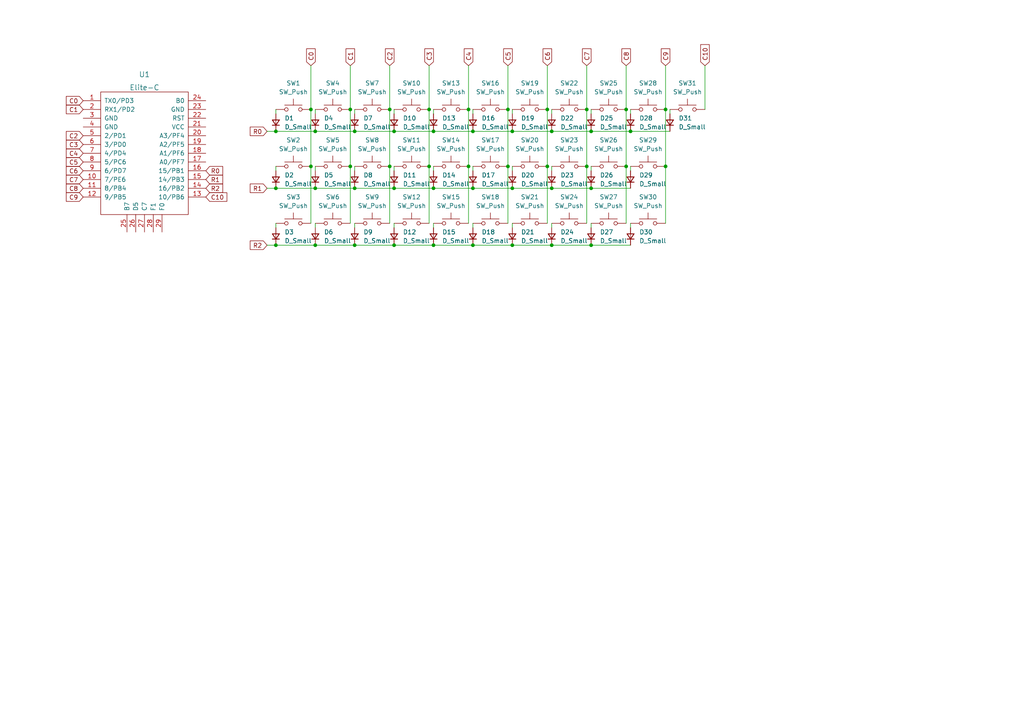
<source format=kicad_sch>
(kicad_sch (version 20211123) (generator eeschema)
  (paper "A4")
  (lib_symbols
    (symbol "Device:D_Small" (pin_numbers hide) (pin_names (offset 0.254) hide)
      (property "Reference" "D" (at -1.27 2.032 0))
      (property "Value" "D_Small" (at -3.81 -2.032 0))
      (symbol "D_Small_0_1"
        (polyline (pts (xy -0.762 -1.016) (xy -0.762 1.016)) (stroke (width 0.254)))
        (polyline (pts (xy -0.762 0) (xy 0.762 0)))
        (polyline (pts (xy 0.762 -1.016) (xy -0.762 0) (xy 0.762 1.016) (xy 0.762 -1.016)) (stroke (width 0.254)))
      )
      (symbol "D_Small_1_1"
        (pin passive line (at -2.54 0 0) (length 1.778) (name "K") (number "1"))
        (pin passive line (at 2.54 0 180) (length 1.778) (name "A") (number "2"))
      )
    )
    (symbol "Switch:SW_Push" (pin_numbers hide) (pin_names (offset 1.016) hide)
      (property "Reference" "SW" (at 1.27 2.54 0))
      (property "Value" "SW_Push" (at 0 -1.524 0))
      (symbol "SW_Push_0_1"
        (circle (center -2.032 0) (radius 0.508))
        (polyline (pts (xy 0 1.27) (xy 0 3.048)))
        (polyline (pts (xy 2.54 1.27) (xy -2.54 1.27)))
        (circle (center 2.032 0) (radius 0.508))
        (pin passive line (at -5.08 0 0) (length 2.54) (name "1") (number "1"))
        (pin passive line (at 5.08 0 180) (length 2.54) (name "2") (number "2"))
      )
    )
    (symbol "keebio:Elite-C" (pin_names (offset 1.016))
      (property "Reference" "U" (at 0 0 0))
      (property "Value" "Elite-C" (at 0 2.54 0))
      (symbol "Elite-C_0_1"
        (rectangle (start 12.7 -19.05) (end -12.7 16.51))
      )
      (symbol "Elite-C_1_1"
        (pin input line (at -17.78 13.97 0) (length 5.08) (name "TX0/PD3") (number "1"))
        (pin input line (at -17.78 -8.89 0) (length 5.08) (name "7/PE6") (number "10"))
        (pin input line (at -17.78 -11.43 0) (length 5.08) (name "8/PB4") (number "11"))
        (pin input line (at -17.78 -13.97 0) (length 5.08) (name "9/PB5") (number "12"))
        (pin input line (at 17.78 -13.97 180) (length 5.08) (name "10/PB6") (number "13"))
        (pin input line (at 17.78 -11.43 180) (length 5.08) (name "16/PB2") (number "14"))
        (pin input line (at 17.78 -8.89 180) (length 5.08) (name "14/PB3") (number "15"))
        (pin input line (at 17.78 -6.35 180) (length 5.08) (name "15/PB1") (number "16"))
        (pin input line (at 17.78 -3.81 180) (length 5.08) (name "A0/PF7") (number "17"))
        (pin input line (at 17.78 -1.27 180) (length 5.08) (name "A1/PF6") (number "18"))
        (pin input line (at 17.78 1.27 180) (length 5.08) (name "A2/PF5") (number "19"))
        (pin input line (at -17.78 11.43 0) (length 5.08) (name "RX1/PD2") (number "2"))
        (pin input line (at 17.78 3.81 180) (length 5.08) (name "A3/PF4") (number "20"))
        (pin input line (at 17.78 6.35 180) (length 5.08) (name "VCC") (number "21"))
        (pin input line (at 17.78 8.89 180) (length 5.08) (name "RST") (number "22"))
        (pin input line (at 17.78 11.43 180) (length 5.08) (name "GND") (number "23"))
        (pin input line (at 17.78 13.97 180) (length 5.08) (name "B0") (number "24"))
        (pin input line (at -5.08 -24.13 90) (length 5.08) (name "B7") (number "25"))
        (pin input line (at -2.54 -24.13 90) (length 5.08) (name "D5") (number "26"))
        (pin input line (at 0 -24.13 90) (length 5.08) (name "C7") (number "27"))
        (pin input line (at 2.54 -24.13 90) (length 5.08) (name "F1") (number "28"))
        (pin input line (at 5.08 -24.13 90) (length 5.08) (name "F0") (number "29"))
        (pin input line (at -17.78 8.89 0) (length 5.08) (name "GND") (number "3"))
        (pin input line (at -17.78 6.35 0) (length 5.08) (name "GND") (number "4"))
        (pin input line (at -17.78 3.81 0) (length 5.08) (name "2/PD1") (number "5"))
        (pin input line (at -17.78 1.27 0) (length 5.08) (name "3/PD0") (number "6"))
        (pin input line (at -17.78 -1.27 0) (length 5.08) (name "4/PD4") (number "7"))
        (pin input line (at -17.78 -3.81 0) (length 5.08) (name "5/PC6") (number "8"))
        (pin input line (at -17.78 -6.35 0) (length 5.08) (name "6/PD7") (number "9"))
      )
    )
  )
  (junction (at 90.17 48.26))
  (junction (at 80.01 54.61))
  (junction (at 90.17 31.75))
  (junction (at 135.89 48.26))
  (junction (at 148.59 38.1))
  (junction (at 80.01 38.1))
  (junction (at 147.32 48.26))
  (junction (at 91.44 38.1))
  (junction (at 102.87 38.1))
  (junction (at 148.59 54.61))
  (junction (at 137.16 71.12))
  (junction (at 101.6 48.26))
  (junction (at 160.02 54.61))
  (junction (at 171.45 54.61))
  (junction (at 80.01 71.12))
  (junction (at 158.75 48.26))
  (junction (at 171.45 71.12))
  (junction (at 114.3 71.12))
  (junction (at 102.87 71.12))
  (junction (at 181.61 48.26))
  (junction (at 114.3 54.61))
  (junction (at 91.44 71.12))
  (junction (at 171.45 38.1))
  (junction (at 135.89 31.75))
  (junction (at 91.44 54.61))
  (junction (at 147.32 31.75))
  (junction (at 160.02 38.1))
  (junction (at 193.04 48.26))
  (junction (at 181.61 31.75))
  (junction (at 193.04 31.75))
  (junction (at 124.46 48.26))
  (junction (at 125.73 54.61))
  (junction (at 182.88 38.1))
  (junction (at 125.73 38.1))
  (junction (at 124.46 31.75))
  (junction (at 158.75 31.75))
  (junction (at 113.03 31.75))
  (junction (at 160.02 71.12))
  (junction (at 170.18 48.26))
  (junction (at 114.3 38.1))
  (junction (at 113.03 48.26))
  (junction (at 102.87 54.61))
  (junction (at 170.18 31.75))
  (junction (at 137.16 38.1))
  (junction (at 148.59 71.12))
  (junction (at 137.16 54.61))
  (junction (at 125.73 71.12))
  (junction (at 101.6 31.75))
  (wire (pts (xy 171.45 38.1) (xy 182.88 38.1)))
  (wire (pts (xy 102.87 48.26) (xy 102.87 49.53)))
  (wire (pts (xy 160.02 31.75) (xy 160.02 33.02)))
  (wire (pts (xy 125.73 64.77) (xy 125.73 66.04)))
  (wire (pts (xy 137.16 71.12) (xy 148.59 71.12)))
  (wire (pts (xy 90.17 19.05) (xy 90.17 31.75)))
  (wire (pts (xy 80.01 38.1) (xy 91.44 38.1)))
  (wire (pts (xy 91.44 31.75) (xy 91.44 33.02)))
  (wire (pts (xy 171.45 54.61) (xy 182.88 54.61)))
  (wire (pts (xy 148.59 48.26) (xy 148.59 49.53)))
  (wire (pts (xy 148.59 64.77) (xy 148.59 66.04)))
  (wire (pts (xy 91.44 64.77) (xy 91.44 66.04)))
  (wire (pts (xy 137.16 64.77) (xy 137.16 66.04)))
  (wire (pts (xy 158.75 19.05) (xy 158.75 31.75)))
  (wire (pts (xy 204.47 19.05) (xy 204.47 31.75)))
  (wire (pts (xy 148.59 71.12) (xy 160.02 71.12)))
  (wire (pts (xy 124.46 19.05) (xy 124.46 31.75)))
  (wire (pts (xy 114.3 31.75) (xy 114.3 33.02)))
  (wire (pts (xy 194.31 31.75) (xy 194.31 33.02)))
  (wire (pts (xy 114.3 48.26) (xy 114.3 49.53)))
  (wire (pts (xy 171.45 64.77) (xy 171.45 66.04)))
  (wire (pts (xy 160.02 71.12) (xy 171.45 71.12)))
  (wire (pts (xy 148.59 31.75) (xy 148.59 33.02)))
  (wire (pts (xy 160.02 48.26) (xy 160.02 49.53)))
  (wire (pts (xy 124.46 48.26) (xy 124.46 64.77)))
  (wire (pts (xy 124.46 31.75) (xy 124.46 48.26)))
  (wire (pts (xy 137.16 38.1) (xy 148.59 38.1)))
  (wire (pts (xy 125.73 48.26) (xy 125.73 49.53)))
  (wire (pts (xy 91.44 48.26) (xy 91.44 49.53)))
  (wire (pts (xy 90.17 48.26) (xy 90.17 64.77)))
  (wire (pts (xy 137.16 54.61) (xy 148.59 54.61)))
  (wire (pts (xy 181.61 19.05) (xy 181.61 31.75)))
  (wire (pts (xy 101.6 19.05) (xy 101.6 31.75)))
  (wire (pts (xy 182.88 31.75) (xy 182.88 33.02)))
  (wire (pts (xy 171.45 71.12) (xy 182.88 71.12)))
  (wire (pts (xy 91.44 38.1) (xy 102.87 38.1)))
  (wire (pts (xy 193.04 31.75) (xy 193.04 48.26)))
  (wire (pts (xy 147.32 19.05) (xy 147.32 31.75)))
  (wire (pts (xy 91.44 71.12) (xy 102.87 71.12)))
  (wire (pts (xy 170.18 48.26) (xy 170.18 64.77)))
  (wire (pts (xy 135.89 48.26) (xy 135.89 64.77)))
  (wire (pts (xy 77.47 71.12) (xy 80.01 71.12)))
  (wire (pts (xy 90.17 31.75) (xy 90.17 48.26)))
  (wire (pts (xy 113.03 31.75) (xy 113.03 48.26)))
  (wire (pts (xy 160.02 38.1) (xy 171.45 38.1)))
  (wire (pts (xy 102.87 31.75) (xy 102.87 33.02)))
  (wire (pts (xy 91.44 54.61) (xy 102.87 54.61)))
  (wire (pts (xy 77.47 54.61) (xy 80.01 54.61)))
  (wire (pts (xy 148.59 54.61) (xy 160.02 54.61)))
  (wire (pts (xy 147.32 31.75) (xy 147.32 48.26)))
  (wire (pts (xy 182.88 64.77) (xy 182.88 66.04)))
  (wire (pts (xy 193.04 19.05) (xy 193.04 31.75)))
  (wire (pts (xy 102.87 64.77) (xy 102.87 66.04)))
  (wire (pts (xy 102.87 54.61) (xy 114.3 54.61)))
  (wire (pts (xy 114.3 71.12) (xy 125.73 71.12)))
  (wire (pts (xy 125.73 71.12) (xy 137.16 71.12)))
  (wire (pts (xy 181.61 48.26) (xy 181.61 64.77)))
  (wire (pts (xy 171.45 48.26) (xy 171.45 49.53)))
  (wire (pts (xy 113.03 19.05) (xy 113.03 31.75)))
  (wire (pts (xy 137.16 48.26) (xy 137.16 49.53)))
  (wire (pts (xy 102.87 71.12) (xy 114.3 71.12)))
  (wire (pts (xy 182.88 38.1) (xy 194.31 38.1)))
  (wire (pts (xy 193.04 48.26) (xy 193.04 64.77)))
  (wire (pts (xy 114.3 54.61) (xy 125.73 54.61)))
  (wire (pts (xy 170.18 19.05) (xy 170.18 31.75)))
  (wire (pts (xy 80.01 48.26) (xy 80.01 49.53)))
  (wire (pts (xy 181.61 31.75) (xy 181.61 48.26)))
  (wire (pts (xy 158.75 48.26) (xy 158.75 64.77)))
  (wire (pts (xy 114.3 64.77) (xy 114.3 66.04)))
  (wire (pts (xy 160.02 54.61) (xy 171.45 54.61)))
  (wire (pts (xy 125.73 31.75) (xy 125.73 33.02)))
  (wire (pts (xy 125.73 38.1) (xy 137.16 38.1)))
  (wire (pts (xy 113.03 48.26) (xy 113.03 64.77)))
  (wire (pts (xy 80.01 54.61) (xy 91.44 54.61)))
  (wire (pts (xy 114.3 38.1) (xy 125.73 38.1)))
  (wire (pts (xy 137.16 31.75) (xy 137.16 33.02)))
  (wire (pts (xy 182.88 48.26) (xy 182.88 49.53)))
  (wire (pts (xy 135.89 31.75) (xy 135.89 48.26)))
  (wire (pts (xy 148.59 38.1) (xy 160.02 38.1)))
  (wire (pts (xy 160.02 64.77) (xy 160.02 66.04)))
  (wire (pts (xy 147.32 48.26) (xy 147.32 64.77)))
  (wire (pts (xy 80.01 64.77) (xy 80.01 66.04)))
  (wire (pts (xy 80.01 71.12) (xy 91.44 71.12)))
  (wire (pts (xy 101.6 48.26) (xy 101.6 64.77)))
  (wire (pts (xy 158.75 31.75) (xy 158.75 48.26)))
  (wire (pts (xy 77.47 38.1) (xy 80.01 38.1)))
  (wire (pts (xy 101.6 31.75) (xy 101.6 48.26)))
  (wire (pts (xy 171.45 31.75) (xy 171.45 33.02)))
  (wire (pts (xy 80.01 31.75) (xy 80.01 33.02)))
  (wire (pts (xy 125.73 54.61) (xy 137.16 54.61)))
  (wire (pts (xy 102.87 38.1) (xy 114.3 38.1)))
  (wire (pts (xy 135.89 19.05) (xy 135.89 31.75)))
  (wire (pts (xy 170.18 31.75) (xy 170.18 48.26)))
  (global_label "C6" (shape input) (at 24.13 49.53 180) (property "Intersheet References" "${INTERSHEET_REFS}" (effects hide)))
  (global_label "R0" (shape input) (at 77.47 38.1 180) (property "Intersheet References" "${INTERSHEET_REFS}" (effects hide)))
  (global_label "C8" (shape input) (at 24.13 54.61 180) (property "Intersheet References" "${INTERSHEET_REFS}" (effects hide)))
  (global_label "R2" (shape input) (at 59.69 54.61 0) (property "Intersheet References" "${INTERSHEET_REFS}" (effects hide)))
  (global_label "C7" (shape input) (at 24.13 52.07 180) (property "Intersheet References" "${INTERSHEET_REFS}" (effects hide)))
  (global_label "C3" (shape input) (at 24.13 41.91 180) (property "Intersheet References" "${INTERSHEET_REFS}" (effects hide)))
  (global_label "C5" (shape input) (at 147.32 19.05 90) (property "Intersheet References" "${INTERSHEET_REFS}" (effects hide)))
  (global_label "C1" (shape input) (at 24.13 31.75 180) (property "Intersheet References" "${INTERSHEET_REFS}" (effects hide)))
  (global_label "C0" (shape input) (at 90.17 19.05 90) (property "Intersheet References" "${INTERSHEET_REFS}" (effects hide)))
  (global_label "C2" (shape input) (at 24.13 39.37 180) (property "Intersheet References" "${INTERSHEET_REFS}" (effects hide)))
  (global_label "C1" (shape input) (at 101.6 19.05 90) (property "Intersheet References" "${INTERSHEET_REFS}" (effects hide)))
  (global_label "C6" (shape input) (at 158.75 19.05 90) (property "Intersheet References" "${INTERSHEET_REFS}" (effects hide)))
  (global_label "R0" (shape input) (at 59.69 49.53 0) (property "Intersheet References" "${INTERSHEET_REFS}" (effects hide)))
  (global_label "C4" (shape input) (at 135.89 19.05 90) (property "Intersheet References" "${INTERSHEET_REFS}" (effects hide)))
  (global_label "C0" (shape input) (at 24.13 29.21 180) (property "Intersheet References" "${INTERSHEET_REFS}" (effects hide)))
  (global_label "C5" (shape input) (at 24.13 46.99 180) (property "Intersheet References" "${INTERSHEET_REFS}" (effects hide)))
  (global_label "R1" (shape input) (at 77.47 54.61 180) (property "Intersheet References" "${INTERSHEET_REFS}" (effects hide)))
  (global_label "R2" (shape input) (at 77.47 71.12 180) (property "Intersheet References" "${INTERSHEET_REFS}" (effects hide)))
  (global_label "C9" (shape input) (at 24.13 57.15 180) (property "Intersheet References" "${INTERSHEET_REFS}" (effects hide)))
  (global_label "C3" (shape input) (at 124.46 19.05 90) (property "Intersheet References" "${INTERSHEET_REFS}" (effects hide)))
  (global_label "C2" (shape input) (at 113.03 19.05 90) (property "Intersheet References" "${INTERSHEET_REFS}" (effects hide)))
  (global_label "C4" (shape input) (at 24.13 44.45 180) (property "Intersheet References" "${INTERSHEET_REFS}" (effects hide)))
  (global_label "C10" (shape input) (at 59.69 57.15 0) (property "Intersheet References" "${INTERSHEET_REFS}" (effects hide)))
  (global_label "C10" (shape input) (at 204.47 19.05 90) (property "Intersheet References" "${INTERSHEET_REFS}" (effects hide)))
  (global_label "C8" (shape input) (at 181.61 19.05 90) (property "Intersheet References" "${INTERSHEET_REFS}" (effects hide)))
  (global_label "C7" (shape input) (at 170.18 19.05 90) (property "Intersheet References" "${INTERSHEET_REFS}" (effects hide)))
  (global_label "C9" (shape input) (at 193.04 19.05 90) (property "Intersheet References" "${INTERSHEET_REFS}" (effects hide)))
  (global_label "R1" (shape input) (at 59.69 52.07 0) (property "Intersheet References" "${INTERSHEET_REFS}" (effects hide)))
  (symbol (lib_id "Switch:SW_Push") (at 153.67 64.77 0) (unit 1)
    (property "Reference" "SW21" (at 153.67 57.15 0))
    (property "Value" "SW_Push" (at 153.67 59.69 0))
    (property "Footprint" "Button_Switch_Keyboard:SW_Cherry_MX_1.00u_PCB" (effects hide))
  )
  (symbol (lib_id "Switch:SW_Push") (at 187.96 31.75 0) (unit 1)
    (property "Reference" "SW28" (at 187.96 24.13 0))
    (property "Value" "SW_Push" (at 187.96 26.67 0))
    (property "Footprint" "Button_Switch_Keyboard:SW_Cherry_MX_1.00u_PCB" (effects hide))
  )
  (symbol (lib_id "Device:D_Small") (at 91.44 52.07 90) (unit 1)
    (property "Reference" "D5" (at 93.98 50.7999 90) (effects (justify right)))
    (property "Value" "D_Small" (at 93.98 53.3399 90) (effects (justify right)))
    (property "Footprint" "Diode_SMD:D_SOD-123" (effects hide))
  )
  (symbol (lib_id "Device:D_Small") (at 137.16 35.56 90) (unit 1)
    (property "Reference" "D16" (at 139.7 34.2899 90) (effects (justify right)))
    (property "Value" "D_Small" (at 139.7 36.8299 90) (effects (justify right)))
    (property "Footprint" "Diode_SMD:D_SOD-123" (effects hide))
  )
  (symbol (lib_id "Switch:SW_Push") (at 107.95 31.75 0) (unit 1)
    (property "Reference" "SW7" (at 107.95 24.13 0))
    (property "Value" "SW_Push" (at 107.95 26.67 0))
    (property "Footprint" "Button_Switch_Keyboard:SW_Cherry_MX_1.00u_PCB" (effects hide))
  )
  (symbol (lib_id "Device:D_Small") (at 80.01 35.56 90) (unit 1)
    (property "Reference" "D1" (at 82.55 34.2899 90) (effects (justify right)))
    (property "Value" "D_Small" (at 82.55 36.8299 90) (effects (justify right)))
    (property "Footprint" "Diode_SMD:D_SOD-123" (effects hide))
  )
  (symbol (lib_id "Switch:SW_Push") (at 107.95 64.77 0) (unit 1)
    (property "Reference" "SW9" (at 107.95 57.15 0))
    (property "Value" "SW_Push" (at 107.95 59.69 0))
    (property "Footprint" "Button_Switch_Keyboard:SW_Cherry_MX_1.00u_PCB" (effects hide))
  )
  (symbol (lib_id "Device:D_Small") (at 171.45 35.56 90) (unit 1)
    (property "Reference" "D25" (at 173.99 34.2899 90) (effects (justify right)))
    (property "Value" "D_Small" (at 173.99 36.8299 90) (effects (justify right)))
    (property "Footprint" "Diode_SMD:D_SOD-123" (effects hide))
  )
  (symbol (lib_id "Device:D_Small") (at 137.16 52.07 90) (unit 1)
    (property "Reference" "D17" (at 139.7 50.7999 90) (effects (justify right)))
    (property "Value" "D_Small" (at 139.7 53.3399 90) (effects (justify right)))
    (property "Footprint" "Diode_SMD:D_SOD-123" (effects hide))
  )
  (symbol (lib_id "Device:D_Small") (at 114.3 52.07 90) (unit 1)
    (property "Reference" "D11" (at 116.84 50.7999 90) (effects (justify right)))
    (property "Value" "D_Small" (at 116.84 53.3399 90) (effects (justify right)))
    (property "Footprint" "Diode_SMD:D_SOD-123" (effects hide))
  )
  (symbol (lib_id "Device:D_Small") (at 102.87 52.07 90) (unit 1)
    (property "Reference" "D8" (at 105.41 50.7999 90) (effects (justify right)))
    (property "Value" "D_Small" (at 105.41 53.3399 90) (effects (justify right)))
    (property "Footprint" "Diode_SMD:D_SOD-123" (effects hide))
  )
  (symbol (lib_id "Device:D_Small") (at 148.59 35.56 90) (unit 1)
    (property "Reference" "D19" (at 151.13 34.2899 90) (effects (justify right)))
    (property "Value" "D_Small" (at 151.13 36.8299 90) (effects (justify right)))
    (property "Footprint" "Diode_SMD:D_SOD-123" (effects hide))
  )
  (symbol (lib_id "Switch:SW_Push") (at 96.52 64.77 0) (unit 1)
    (property "Reference" "SW6" (at 96.52 57.15 0))
    (property "Value" "SW_Push" (at 96.52 59.69 0))
    (property "Footprint" "Button_Switch_Keyboard:SW_Cherry_MX_1.00u_PCB" (effects hide))
  )
  (symbol (lib_id "Device:D_Small") (at 137.16 68.58 90) (unit 1)
    (property "Reference" "D18" (at 139.7 67.3099 90) (effects (justify right)))
    (property "Value" "D_Small" (at 139.7 69.8499 90) (effects (justify right)))
    (property "Footprint" "Diode_SMD:D_SOD-123" (effects hide))
  )
  (symbol (lib_id "Switch:SW_Push") (at 187.96 48.26 0) (unit 1)
    (property "Reference" "SW29" (at 187.96 40.64 0))
    (property "Value" "SW_Push" (at 187.96 43.18 0))
    (property "Footprint" "Button_Switch_Keyboard:SW_Cherry_MX_1.00u_PCB" (effects hide))
  )
  (symbol (lib_id "Switch:SW_Push") (at 165.1 48.26 0) (unit 1)
    (property "Reference" "SW23" (at 165.1 40.64 0))
    (property "Value" "SW_Push" (at 165.1 43.18 0))
    (property "Footprint" "Button_Switch_Keyboard:SW_Cherry_MX_1.00u_PCB" (effects hide))
  )
  (symbol (lib_id "Device:D_Small") (at 160.02 35.56 90) (unit 1)
    (property "Reference" "D22" (at 162.56 34.2899 90) (effects (justify right)))
    (property "Value" "D_Small" (at 162.56 36.8299 90) (effects (justify right)))
    (property "Footprint" "Diode_SMD:D_SOD-123" (effects hide))
  )
  (symbol (lib_id "Switch:SW_Push") (at 142.24 31.75 0) (unit 1)
    (property "Reference" "SW16" (at 142.24 24.13 0))
    (property "Value" "SW_Push" (at 142.24 26.67 0))
    (property "Footprint" "Button_Switch_Keyboard:SW_Cherry_MX_1.00u_PCB" (effects hide))
  )
  (symbol (lib_id "Device:D_Small") (at 114.3 35.56 90) (unit 1)
    (property "Reference" "D10" (at 116.84 34.2899 90) (effects (justify right)))
    (property "Value" "D_Small" (at 116.84 36.8299 90) (effects (justify right)))
    (property "Footprint" "Diode_SMD:D_SOD-123" (effects hide))
  )
  (symbol (lib_id "Device:D_Small") (at 148.59 68.58 90) (unit 1)
    (property "Reference" "D21" (at 151.13 67.3099 90) (effects (justify right)))
    (property "Value" "D_Small" (at 151.13 69.8499 90) (effects (justify right)))
    (property "Footprint" "Diode_SMD:D_SOD-123" (effects hide))
  )
  (symbol (lib_id "Switch:SW_Push") (at 107.95 48.26 0) (unit 1)
    (property "Reference" "SW8" (at 107.95 40.64 0))
    (property "Value" "SW_Push" (at 107.95 43.18 0))
    (property "Footprint" "Button_Switch_Keyboard:SW_Cherry_MX_1.00u_PCB" (effects hide))
  )
  (symbol (lib_id "Switch:SW_Push") (at 119.38 64.77 0) (unit 1)
    (property "Reference" "SW12" (at 119.38 57.15 0))
    (property "Value" "SW_Push" (at 119.38 59.69 0))
    (property "Footprint" "Button_Switch_Keyboard:SW_Cherry_MX_1.00u_PCB" (effects hide))
  )
  (symbol (lib_id "Device:D_Small") (at 91.44 68.58 90) (unit 1)
    (property "Reference" "D6" (at 93.98 67.3099 90) (effects (justify right)))
    (property "Value" "D_Small" (at 93.98 69.8499 90) (effects (justify right)))
    (property "Footprint" "Diode_SMD:D_SOD-123" (effects hide))
  )
  (symbol (lib_id "Switch:SW_Push") (at 130.81 64.77 0) (unit 1)
    (property "Reference" "SW15" (at 130.81 57.15 0))
    (property "Value" "SW_Push" (at 130.81 59.69 0))
    (property "Footprint" "Button_Switch_Keyboard:SW_Cherry_MX_1.00u_PCB" (effects hide))
  )
  (symbol (lib_id "Switch:SW_Push") (at 176.53 48.26 0) (unit 1)
    (property "Reference" "SW26" (at 176.53 40.64 0))
    (property "Value" "SW_Push" (at 176.53 43.18 0))
    (property "Footprint" "Button_Switch_Keyboard:SW_Cherry_MX_1.00u_PCB" (effects hide))
  )
  (symbol (lib_id "Switch:SW_Push") (at 142.24 64.77 0) (unit 1)
    (property "Reference" "SW18" (at 142.24 57.15 0))
    (property "Value" "SW_Push" (at 142.24 59.69 0))
    (property "Footprint" "Button_Switch_Keyboard:SW_Cherry_MX_1.00u_PCB" (effects hide))
  )
  (symbol (lib_id "keebio:Elite-C") (at 41.91 43.18 0) (unit 1)
    (property "Reference" "U1" (at 41.91 21.59 0) (effects (font (size 1.524 1.524))))
    (property "Value" "Elite-C" (at 41.91 25.4 0) (effects (font (size 1.524 1.524))))
    (property "Footprint" "Keebio-Parts:Elite-C" (effects hide))
  )
  (symbol (lib_id "Device:D_Small") (at 182.88 68.58 90) (unit 1)
    (property "Reference" "D30" (at 185.42 67.3099 90) (effects (justify right)))
    (property "Value" "D_Small" (at 185.42 69.8499 90) (effects (justify right)))
    (property "Footprint" "Diode_SMD:D_SOD-123" (effects hide))
  )
  (symbol (lib_id "Device:D_Small") (at 171.45 52.07 90) (unit 1)
    (property "Reference" "D26" (at 173.99 50.7999 90) (effects (justify right)))
    (property "Value" "D_Small" (at 173.99 53.3399 90) (effects (justify right)))
    (property "Footprint" "Diode_SMD:D_SOD-123" (effects hide))
  )
  (symbol (lib_id "Switch:SW_Push") (at 153.67 48.26 0) (unit 1)
    (property "Reference" "SW20" (at 153.67 40.64 0))
    (property "Value" "SW_Push" (at 153.67 43.18 0))
    (property "Footprint" "Button_Switch_Keyboard:SW_Cherry_MX_1.00u_PCB" (effects hide))
  )
  (symbol (lib_id "Device:D_Small") (at 114.3 68.58 90) (unit 1)
    (property "Reference" "D12" (at 116.84 67.3099 90) (effects (justify right)))
    (property "Value" "D_Small" (at 116.84 69.8499 90) (effects (justify right)))
    (property "Footprint" "Diode_SMD:D_SOD-123" (effects hide))
  )
  (symbol (lib_id "Switch:SW_Push") (at 119.38 48.26 0) (unit 1)
    (property "Reference" "SW11" (at 119.38 40.64 0))
    (property "Value" "SW_Push" (at 119.38 43.18 0))
    (property "Footprint" "Button_Switch_Keyboard:SW_Cherry_MX_1.00u_PCB" (effects hide))
  )
  (symbol (lib_id "Switch:SW_Push") (at 153.67 31.75 0) (unit 1)
    (property "Reference" "SW19" (at 153.67 24.13 0))
    (property "Value" "SW_Push" (at 153.67 26.67 0))
    (property "Footprint" "Button_Switch_Keyboard:SW_Cherry_MX_1.00u_PCB" (effects hide))
  )
  (symbol (lib_id "Switch:SW_Push") (at 85.09 48.26 0) (unit 1)
    (property "Reference" "SW2" (at 85.09 40.64 0))
    (property "Value" "SW_Push" (at 85.09 43.18 0))
    (property "Footprint" "Button_Switch_Keyboard:SW_Cherry_MX_1.00u_PCB" (effects hide))
  )
  (symbol (lib_id "Device:D_Small") (at 182.88 35.56 90) (unit 1)
    (property "Reference" "D28" (at 185.42 34.2899 90) (effects (justify right)))
    (property "Value" "D_Small" (at 185.42 36.8299 90) (effects (justify right)))
    (property "Footprint" "Diode_SMD:D_SOD-123" (effects hide))
  )
  (symbol (lib_id "Device:D_Small") (at 102.87 68.58 90) (unit 1)
    (property "Reference" "D9" (at 105.41 67.3099 90) (effects (justify right)))
    (property "Value" "D_Small" (at 105.41 69.8499 90) (effects (justify right)))
    (property "Footprint" "Diode_SMD:D_SOD-123" (effects hide))
  )
  (symbol (lib_id "Switch:SW_Push") (at 85.09 64.77 0) (unit 1)
    (property "Reference" "SW3" (at 85.09 57.15 0))
    (property "Value" "SW_Push" (at 85.09 59.69 0))
    (property "Footprint" "Button_Switch_Keyboard:SW_Cherry_MX_1.00u_PCB" (effects hide))
  )
  (symbol (lib_id "Device:D_Small") (at 160.02 68.58 90) (unit 1)
    (property "Reference" "D24" (at 162.56 67.3099 90) (effects (justify right)))
    (property "Value" "D_Small" (at 162.56 69.8499 90) (effects (justify right)))
    (property "Footprint" "Diode_SMD:D_SOD-123" (effects hide))
  )
  (symbol (lib_id "Device:D_Small") (at 194.31 35.56 90) (unit 1)
    (property "Reference" "D31" (at 196.85 34.2899 90) (effects (justify right)))
    (property "Value" "D_Small" (at 196.85 36.8299 90) (effects (justify right)))
    (property "Footprint" "Diode_SMD:D_SOD-123" (effects hide))
  )
  (symbol (lib_id "Device:D_Small") (at 80.01 68.58 90) (unit 1)
    (property "Reference" "D3" (at 82.55 67.3099 90) (effects (justify right)))
    (property "Value" "D_Small" (at 82.55 69.8499 90) (effects (justify right)))
    (property "Footprint" "Diode_SMD:D_SOD-123" (effects hide))
  )
  (symbol (lib_id "Switch:SW_Push") (at 130.81 48.26 0) (unit 1)
    (property "Reference" "SW14" (at 130.81 40.64 0))
    (property "Value" "SW_Push" (at 130.81 43.18 0))
    (property "Footprint" "Button_Switch_Keyboard:SW_Cherry_MX_1.00u_PCB" (effects hide))
  )
  (symbol (lib_id "Device:D_Small") (at 125.73 68.58 90) (unit 1)
    (property "Reference" "D15" (at 128.27 67.3099 90) (effects (justify right)))
    (property "Value" "D_Small" (at 128.27 69.8499 90) (effects (justify right)))
    (property "Footprint" "Diode_SMD:D_SOD-123" (effects hide))
  )
  (symbol (lib_id "Switch:SW_Push") (at 187.96 64.77 0) (unit 1)
    (property "Reference" "SW30" (at 187.96 57.15 0))
    (property "Value" "SW_Push" (at 187.96 59.69 0))
    (property "Footprint" "Button_Switch_Keyboard:SW_Cherry_MX_1.00u_PCB" (effects hide))
  )
  (symbol (lib_id "Switch:SW_Push") (at 176.53 31.75 0) (unit 1)
    (property "Reference" "SW25" (at 176.53 24.13 0))
    (property "Value" "SW_Push" (at 176.53 26.67 0))
    (property "Footprint" "Button_Switch_Keyboard:SW_Cherry_MX_1.00u_PCB" (effects hide))
  )
  (symbol (lib_id "Device:D_Small") (at 182.88 52.07 90) (unit 1)
    (property "Reference" "D29" (at 185.42 50.7999 90) (effects (justify right)))
    (property "Value" "D_Small" (at 185.42 53.3399 90) (effects (justify right)))
    (property "Footprint" "Diode_SMD:D_SOD-123" (effects hide))
  )
  (symbol (lib_id "Device:D_Small") (at 148.59 52.07 90) (unit 1)
    (property "Reference" "D20" (at 151.13 50.7999 90) (effects (justify right)))
    (property "Value" "D_Small" (at 151.13 53.3399 90) (effects (justify right)))
    (property "Footprint" "Diode_SMD:D_SOD-123" (effects hide))
  )
  (symbol (lib_id "Switch:SW_Push") (at 96.52 31.75 0) (unit 1)
    (property "Reference" "SW4" (at 96.52 24.13 0))
    (property "Value" "SW_Push" (at 96.52 26.67 0))
    (property "Footprint" "Button_Switch_Keyboard:SW_Cherry_MX_1.00u_PCB" (effects hide))
  )
  (symbol (lib_id "Switch:SW_Push") (at 199.39 31.75 0) (unit 1)
    (property "Reference" "SW31" (at 199.39 24.13 0))
    (property "Value" "SW_Push" (at 199.39 26.67 0))
    (property "Footprint" "Button_Switch_Keyboard:SW_Cherry_MX_ISOEnter_PCB" (effects hide))
  )
  (symbol (lib_id "Switch:SW_Push") (at 130.81 31.75 0) (unit 1)
    (property "Reference" "SW13" (at 130.81 24.13 0))
    (property "Value" "SW_Push" (at 130.81 26.67 0))
    (property "Footprint" "Button_Switch_Keyboard:SW_Cherry_MX_1.00u_PCB" (effects hide))
  )
  (symbol (lib_id "Device:D_Small") (at 80.01 52.07 90) (unit 1)
    (property "Reference" "D2" (at 82.55 50.7999 90) (effects (justify right)))
    (property "Value" "D_Small" (at 82.55 53.3399 90) (effects (justify right)))
    (property "Footprint" "Diode_SMD:D_SOD-123" (effects hide))
  )
  (symbol (lib_id "Switch:SW_Push") (at 165.1 64.77 0) (unit 1)
    (property "Reference" "SW24" (at 165.1 57.15 0))
    (property "Value" "SW_Push" (at 165.1 59.69 0))
    (property "Footprint" "Button_Switch_Keyboard:SW_Cherry_MX_1.00u_PCB" (effects hide))
  )
  (symbol (lib_id "Switch:SW_Push") (at 96.52 48.26 0) (unit 1)
    (property "Reference" "SW5" (at 96.52 40.64 0))
    (property "Value" "SW_Push" (at 96.52 43.18 0))
    (property "Footprint" "Button_Switch_Keyboard:SW_Cherry_MX_1.00u_PCB" (effects hide))
  )
  (symbol (lib_id "Device:D_Small") (at 125.73 52.07 90) (unit 1)
    (property "Reference" "D14" (at 128.27 50.7999 90) (effects (justify right)))
    (property "Value" "D_Small" (at 128.27 53.3399 90) (effects (justify right)))
    (property "Footprint" "Diode_SMD:D_SOD-123" (effects hide))
  )
  (symbol (lib_id "Device:D_Small") (at 91.44 35.56 90) (unit 1)
    (property "Reference" "D4" (at 93.98 34.2899 90) (effects (justify right)))
    (property "Value" "D_Small" (at 93.98 36.8299 90) (effects (justify right)))
    (property "Footprint" "Diode_SMD:D_SOD-123" (effects hide))
  )
  (symbol (lib_id "Switch:SW_Push") (at 176.53 64.77 0) (unit 1)
    (property "Reference" "SW27" (at 176.53 57.15 0))
    (property "Value" "SW_Push" (at 176.53 59.69 0))
    (property "Footprint" "Button_Switch_Keyboard:SW_Cherry_MX_1.00u_PCB" (effects hide))
  )
  (symbol (lib_id "Switch:SW_Push") (at 119.38 31.75 0) (unit 1)
    (property "Reference" "SW10" (at 119.38 24.13 0))
    (property "Value" "SW_Push" (at 119.38 26.67 0))
    (property "Footprint" "Button_Switch_Keyboard:SW_Cherry_MX_1.00u_PCB" (effects hide))
  )
  (symbol (lib_id "Device:D_Small") (at 171.45 68.58 90) (unit 1)
    (property "Reference" "D27" (at 173.99 67.3099 90) (effects (justify right)))
    (property "Value" "D_Small" (at 173.99 69.8499 90) (effects (justify right)))
    (property "Footprint" "Diode_SMD:D_SOD-123" (effects hide))
  )
  (symbol (lib_id "Device:D_Small") (at 102.87 35.56 90) (unit 1)
    (property "Reference" "D7" (at 105.41 34.2899 90) (effects (justify right)))
    (property "Value" "D_Small" (at 105.41 36.8299 90) (effects (justify right)))
    (property "Footprint" "Diode_SMD:D_SOD-123" (effects hide))
  )
  (symbol (lib_id "Device:D_Small") (at 125.73 35.56 90) (unit 1)
    (property "Reference" "D13" (at 128.27 34.2899 90) (effects (justify right)))
    (property "Value" "D_Small" (at 128.27 36.8299 90) (effects (justify right)))
    (property "Footprint" "Diode_SMD:D_SOD-123" (effects hide))
  )
  (symbol (lib_id "Switch:SW_Push") (at 85.09 31.75 0) (unit 1)
    (property "Reference" "SW1" (at 85.09 24.13 0))
    (property "Value" "SW_Push" (at 85.09 26.67 0))
    (property "Footprint" "Button_Switch_Keyboard:SW_Cherry_MX_1.00u_PCB" (effects hide))
  )
  (symbol (lib_id "Switch:SW_Push") (at 165.1 31.75 0) (unit 1)
    (property "Reference" "SW22" (at 165.1 24.13 0))
    (property "Value" "SW_Push" (at 165.1 26.67 0))
    (property "Footprint" "Button_Switch_Keyboard:SW_Cherry_MX_1.00u_PCB" (effects hide))
  )
  (symbol (lib_id "Switch:SW_Push") (at 142.24 48.26 0) (unit 1)
    (property "Reference" "SW17" (at 142.24 40.64 0))
    (property "Value" "SW_Push" (at 142.24 43.18 0))
    (property "Footprint" "Button_Switch_Keyboard:SW_Cherry_MX_1.00u_PCB" (effects hide))
  )
  (symbol (lib_id "Device:D_Small") (at 160.02 52.07 90) (unit 1)
    (property "Reference" "D23" (at 162.56 50.7999 90) (effects (justify right)))
    (property "Value" "D_Small" (at 162.56 53.3399 90) (effects (justify right)))
    (property "Footprint" "Diode_SMD:D_SOD-123" (effects hide))
  )
)
</source>
